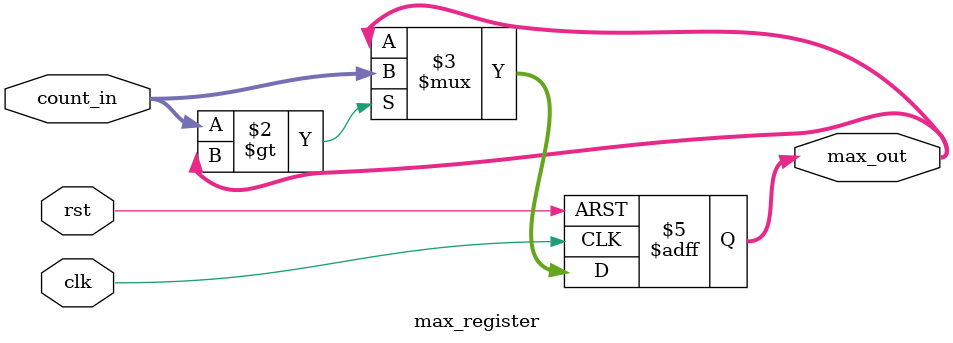
<source format=v>
`timescale 1ns / 1ps
module max_register (
    input  wire clk,
    input  wire rst,
    input  wire [7:0] count_in,
    output reg  [7:0] max_out
);
    always @(posedge clk or posedge rst) begin
        if (rst)
            max_out <= 8'd0;
        else if (count_in > max_out)
            max_out <= count_in;
    end
endmodule
</source>
